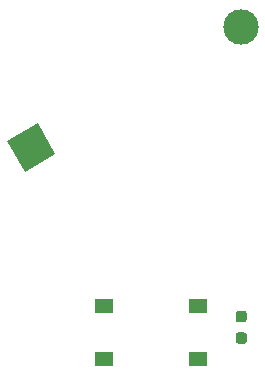
<source format=gbr>
%TF.GenerationSoftware,KiCad,Pcbnew,5.1.9+dfsg1-1~bpo10+1*%
%TF.CreationDate,2022-05-07T14:54:34+02:00*%
%TF.ProjectId,vjeverica-mirror,766a6576-6572-4696-9361-2d6d6972726f,rev?*%
%TF.SameCoordinates,Original*%
%TF.FileFunction,Soldermask,Bot*%
%TF.FilePolarity,Negative*%
%FSLAX46Y46*%
G04 Gerber Fmt 4.6, Leading zero omitted, Abs format (unit mm)*
G04 Created by KiCad (PCBNEW 5.1.9+dfsg1-1~bpo10+1) date 2022-05-07 14:54:34*
%MOMM*%
%LPD*%
G01*
G04 APERTURE LIST*
%ADD10C,3.000000*%
%ADD11C,0.100000*%
%ADD12R,1.550000X1.300000*%
G04 APERTURE END LIST*
D10*
%TO.C,BT1*%
X148844861Y-91685000D03*
D11*
G36*
X130550962Y-103979038D02*
G01*
X129050962Y-101380962D01*
X131649038Y-99880962D01*
X133149038Y-102479038D01*
X130550962Y-103979038D01*
G37*
%TD*%
%TO.C,R1*%
G36*
G01*
X149127500Y-118540000D02*
X148652500Y-118540000D01*
G75*
G02*
X148415000Y-118302500I0J237500D01*
G01*
X148415000Y-117802500D01*
G75*
G02*
X148652500Y-117565000I237500J0D01*
G01*
X149127500Y-117565000D01*
G75*
G02*
X149365000Y-117802500I0J-237500D01*
G01*
X149365000Y-118302500D01*
G75*
G02*
X149127500Y-118540000I-237500J0D01*
G01*
G37*
G36*
G01*
X149127500Y-116715000D02*
X148652500Y-116715000D01*
G75*
G02*
X148415000Y-116477500I0J237500D01*
G01*
X148415000Y-115977500D01*
G75*
G02*
X148652500Y-115740000I237500J0D01*
G01*
X149127500Y-115740000D01*
G75*
G02*
X149365000Y-115977500I0J-237500D01*
G01*
X149365000Y-116477500D01*
G75*
G02*
X149127500Y-116715000I-237500J0D01*
G01*
G37*
%TD*%
D12*
%TO.C,SW1*%
X137244000Y-115352000D03*
X137244000Y-119852000D03*
X145204000Y-119852000D03*
X145204000Y-115352000D03*
%TD*%
M02*

</source>
